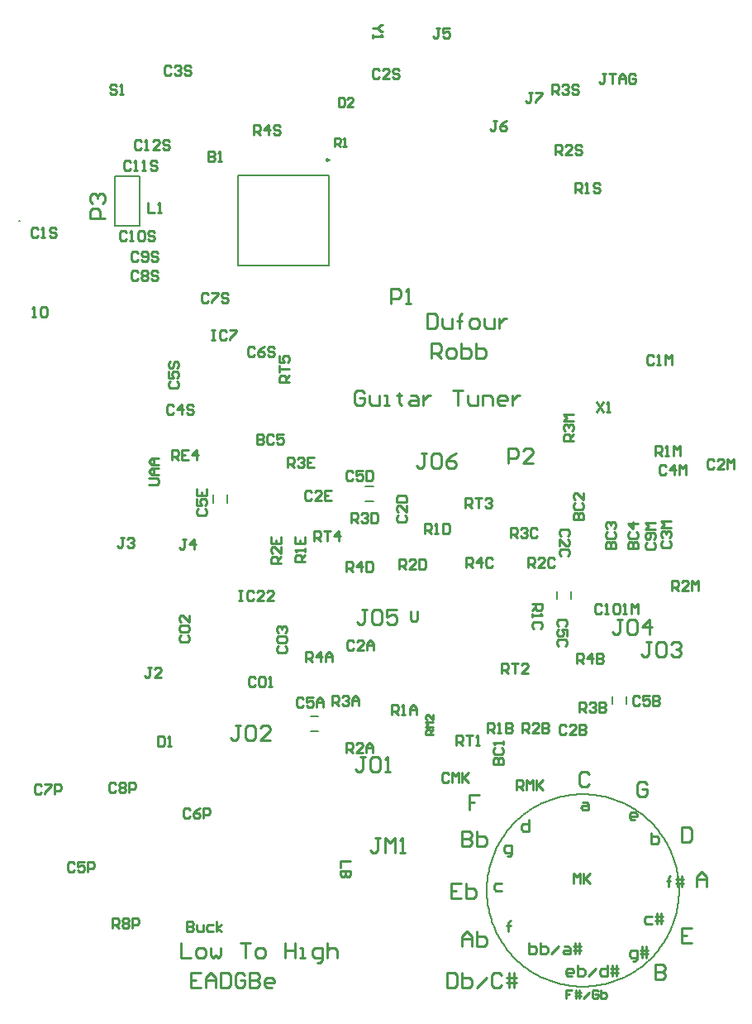
<source format=gto>
G04*
G04 #@! TF.GenerationSoftware,Altium Limited,Altium Designer,18.1.9 (240)*
G04*
G04 Layer_Color=65535*
%FSLAX25Y25*%
%MOIN*%
G70*
G01*
G75*
%ADD10C,0.00787*%
%ADD11C,0.00984*%
%ADD12C,0.00787*%
%ADD13C,0.00900*%
%ADD14C,0.01000*%
D10*
X123303Y416682D02*
X122783D01*
X123303D01*
X389068Y147000D02*
X389055Y147998D01*
X389016Y148996D01*
X388952Y149993D01*
X388862Y150987D01*
X388747Y151979D01*
X388606Y152968D01*
X388439Y153953D01*
X388248Y154932D01*
X388031Y155907D01*
X387789Y156876D01*
X387522Y157838D01*
X387231Y158794D01*
X386915Y159741D01*
X386575Y160680D01*
X386211Y161609D01*
X385823Y162530D01*
X385411Y163439D01*
X384976Y164338D01*
X384518Y165226D01*
X384037Y166101D01*
X383535Y166964D01*
X383009Y167813D01*
X382463Y168649D01*
X381895Y169470D01*
X381306Y170276D01*
X380696Y171067D01*
X380066Y171842D01*
X379417Y172601D01*
X378748Y173342D01*
X378060Y174066D01*
X377354Y174772D01*
X376630Y175460D01*
X375888Y176129D01*
X375130Y176778D01*
X374355Y177408D01*
X373564Y178018D01*
X372758Y178607D01*
X371936Y179175D01*
X371101Y179722D01*
X370251Y180247D01*
X369389Y180750D01*
X368513Y181230D01*
X367626Y181688D01*
X366727Y182123D01*
X365817Y182535D01*
X364897Y182923D01*
X363967Y183287D01*
X363029Y183627D01*
X362081Y183943D01*
X361126Y184235D01*
X360164Y184501D01*
X359195Y184743D01*
X358220Y184960D01*
X357240Y185152D01*
X356256Y185318D01*
X355267Y185459D01*
X354275Y185574D01*
X353281Y185664D01*
X352284Y185729D01*
X351286Y185767D01*
X350288Y185780D01*
X349289Y185767D01*
X348291Y185729D01*
X347295Y185664D01*
X346300Y185574D01*
X345308Y185459D01*
X344320Y185318D01*
X343335Y185152D01*
X342355Y184960D01*
X341381Y184743D01*
X340412Y184501D01*
X339449Y184235D01*
X338494Y183943D01*
X337547Y183627D01*
X336608Y183287D01*
X335678Y182923D01*
X334758Y182535D01*
X333848Y182123D01*
X332949Y181688D01*
X332062Y181230D01*
X331187Y180750D01*
X330324Y180247D01*
X329475Y179722D01*
X328639Y179175D01*
X327818Y178607D01*
X327011Y178018D01*
X326221Y177408D01*
X325446Y176778D01*
X324687Y176129D01*
X323946Y175460D01*
X323221Y174772D01*
X322515Y174066D01*
X321828Y173342D01*
X321159Y172601D01*
X320509Y171842D01*
X319880Y171067D01*
X319270Y170276D01*
X318681Y169470D01*
X318113Y168649D01*
X317566Y167813D01*
X317041Y166964D01*
X316538Y166101D01*
X316057Y165226D01*
X315600Y164338D01*
X315165Y163440D01*
X314753Y162530D01*
X314365Y161610D01*
X314001Y160680D01*
X313661Y159741D01*
X313345Y158794D01*
X313053Y157838D01*
X312787Y156876D01*
X312545Y155907D01*
X312328Y154933D01*
X312136Y153953D01*
X311970Y152968D01*
X311829Y151979D01*
X311713Y150988D01*
X311624Y149993D01*
X311559Y148996D01*
X311521Y147999D01*
X311508Y147000D01*
X311521Y146002D01*
X311559Y145004D01*
X311624Y144007D01*
X311713Y143013D01*
X311829Y142021D01*
X311970Y141032D01*
X312136Y140048D01*
X312328Y139068D01*
X312545Y138093D01*
X312786Y137124D01*
X313053Y136162D01*
X313345Y135207D01*
X313660Y134259D01*
X314001Y133320D01*
X314365Y132391D01*
X314753Y131471D01*
X315165Y130561D01*
X315599Y129662D01*
X316057Y128774D01*
X316538Y127899D01*
X317041Y127036D01*
X317566Y126187D01*
X318113Y125352D01*
X318681Y124530D01*
X319270Y123724D01*
X319880Y122933D01*
X320509Y122158D01*
X321159Y121399D01*
X321828Y120658D01*
X322515Y119934D01*
X323221Y119228D01*
X323945Y118540D01*
X324687Y117871D01*
X325445Y117222D01*
X326220Y116592D01*
X327011Y115982D01*
X327818Y115393D01*
X328639Y114825D01*
X329474Y114279D01*
X330324Y113753D01*
X331187Y113251D01*
X332062Y112770D01*
X332949Y112312D01*
X333848Y111877D01*
X334758Y111465D01*
X335678Y111077D01*
X336608Y110713D01*
X337547Y110373D01*
X338494Y110057D01*
X339449Y109766D01*
X340411Y109499D01*
X341380Y109257D01*
X342355Y109040D01*
X343335Y108848D01*
X344320Y108682D01*
X345308Y108541D01*
X346300Y108426D01*
X347294Y108336D01*
X348291Y108271D01*
X349289Y108233D01*
X350287Y108220D01*
X351286Y108233D01*
X352284Y108271D01*
X353280Y108336D01*
X354275Y108425D01*
X355267Y108541D01*
X356255Y108682D01*
X357240Y108848D01*
X358220Y109040D01*
X359195Y109257D01*
X360163Y109499D01*
X361126Y109765D01*
X362081Y110057D01*
X363028Y110373D01*
X363967Y110713D01*
X364897Y111077D01*
X365817Y111465D01*
X366727Y111877D01*
X367626Y112312D01*
X368513Y112769D01*
X369388Y113250D01*
X370251Y113753D01*
X371100Y114278D01*
X371936Y114825D01*
X372757Y115393D01*
X373564Y115982D01*
X374355Y116592D01*
X375130Y117221D01*
X375888Y117871D01*
X376630Y118540D01*
X377354Y119227D01*
X378060Y119933D01*
X378748Y120657D01*
X379416Y121399D01*
X380066Y122157D01*
X380696Y122932D01*
X381305Y123723D01*
X381894Y124530D01*
X382462Y125351D01*
X383009Y126186D01*
X383534Y127036D01*
X384037Y127899D01*
X384518Y128774D01*
X384976Y129661D01*
X385411Y130560D01*
X385822Y131470D01*
X386210Y132390D01*
X386575Y133320D01*
X386915Y134258D01*
X387231Y135206D01*
X387522Y136161D01*
X387789Y137123D01*
X388031Y138092D01*
X388248Y139067D01*
X388439Y140047D01*
X388606Y141032D01*
X388747Y142020D01*
X388862Y143012D01*
X388952Y144006D01*
X389016Y145003D01*
X389055Y146001D01*
X389068Y146999D01*
Y147000D01*
D11*
X247709Y441508D02*
X246971Y441934D01*
Y441082D01*
X247709Y441508D01*
D12*
X161500Y414953D02*
Y434953D01*
Y414953D02*
X171500D01*
Y434953D01*
X161500D02*
X171500D01*
X211193Y435307D02*
X247807D01*
X211193Y398693D02*
Y435307D01*
Y398693D02*
X247807D01*
Y435307D01*
X240374Y217151D02*
X243524D01*
X240374Y211246D02*
X243524D01*
X345642Y264454D02*
Y267604D01*
X339736Y264454D02*
Y267604D01*
X262528Y309758D02*
X265678D01*
X262528Y303852D02*
X265678D01*
X206953Y303261D02*
Y306411D01*
X201047Y303261D02*
Y306411D01*
X367902Y222166D02*
Y225316D01*
X361996Y222166D02*
Y225316D01*
D13*
X289940Y209688D02*
X286941D01*
Y211188D01*
X287441Y211688D01*
X288440D01*
X288940Y211188D01*
Y209688D01*
Y210688D02*
X289940Y211688D01*
Y212687D02*
X286941D01*
X287940Y213687D01*
X286941Y214687D01*
X289940D01*
Y217686D02*
Y215686D01*
X287940Y217686D01*
X287441D01*
X286941Y217186D01*
Y216186D01*
X287441Y215686D01*
X292615Y494499D02*
X291282D01*
X291949D01*
Y491166D01*
X291282Y490500D01*
X290616D01*
X289949Y491166D01*
X296614Y494499D02*
X293948D01*
Y492499D01*
X295281Y493166D01*
X295947D01*
X296614Y492499D01*
Y491166D01*
X295947Y490500D01*
X294614D01*
X293948Y491166D01*
X315639Y457290D02*
X314306D01*
X314972D01*
Y453958D01*
X314306Y453292D01*
X313639D01*
X312973Y453958D01*
X319637Y457290D02*
X318304Y456624D01*
X316972Y455291D01*
Y453958D01*
X317638Y453292D01*
X318971D01*
X319637Y453958D01*
Y454625D01*
X318971Y455291D01*
X316972D01*
X329666Y468567D02*
X328333D01*
X328999D01*
Y465235D01*
X328333Y464568D01*
X327666D01*
X327000Y465235D01*
X330999Y468567D02*
X333664D01*
Y467901D01*
X330999Y465235D01*
Y464568D01*
X178700Y209199D02*
Y205200D01*
X180699D01*
X181366Y205866D01*
Y208532D01*
X180699Y209199D01*
X178700D01*
X182699Y205200D02*
X184032D01*
X183365D01*
Y209199D01*
X182699Y208532D01*
X357666Y261888D02*
X356999Y262554D01*
X355666D01*
X355000Y261888D01*
Y259222D01*
X355666Y258555D01*
X356999D01*
X357666Y259222D01*
X358999Y258555D02*
X360332D01*
X359665D01*
Y262554D01*
X358999Y261888D01*
X362331D02*
X362997Y262554D01*
X364330D01*
X364997Y261888D01*
Y259222D01*
X364330Y258555D01*
X362997D01*
X362331Y259222D01*
Y261888D01*
X366330Y258555D02*
X367663D01*
X366996D01*
Y262554D01*
X366330Y261888D01*
X369662Y258555D02*
Y262554D01*
X370995Y261221D01*
X372328Y262554D01*
Y258555D01*
X175253Y310348D02*
X178586D01*
X179252Y311015D01*
Y312348D01*
X178586Y313014D01*
X175253D01*
X179252Y314347D02*
X176586D01*
X175253Y315680D01*
X176586Y317013D01*
X179252D01*
X177253D01*
Y314347D01*
X179252Y318346D02*
X176586D01*
X175253Y319679D01*
X176586Y321011D01*
X179252D01*
X177253D01*
Y318346D01*
X231919Y351748D02*
X227921D01*
Y353747D01*
X228587Y354414D01*
X229920D01*
X230586Y353747D01*
Y351748D01*
Y353081D02*
X231919Y354414D01*
X227921Y355747D02*
Y358412D01*
Y357079D01*
X231919D01*
X227921Y362411D02*
Y359745D01*
X229920D01*
X229253Y361078D01*
Y361745D01*
X229920Y362411D01*
X231253D01*
X231919Y361745D01*
Y360412D01*
X231253Y359745D01*
X184500Y320500D02*
Y324499D01*
X186499D01*
X187166Y323832D01*
Y322499D01*
X186499Y321833D01*
X184500D01*
X185833D02*
X187166Y320500D01*
X191165Y324499D02*
X188499D01*
Y320500D01*
X191165D01*
X188499Y322499D02*
X189832D01*
X194497Y320500D02*
Y324499D01*
X192497Y322499D01*
X195163D01*
X231132Y317503D02*
Y321502D01*
X233131D01*
X233798Y320835D01*
Y319502D01*
X233131Y318836D01*
X231132D01*
X232465D02*
X233798Y317503D01*
X235131Y320835D02*
X235797Y321502D01*
X237130D01*
X237796Y320835D01*
Y320169D01*
X237130Y319502D01*
X236463D01*
X237130D01*
X237796Y318836D01*
Y318169D01*
X237130Y317503D01*
X235797D01*
X235131Y318169D01*
X241795Y321502D02*
X239129D01*
Y317503D01*
X241795D01*
X239129Y319502D02*
X240462D01*
X228516Y279000D02*
X224517D01*
Y280999D01*
X225184Y281666D01*
X226516D01*
X227183Y280999D01*
Y279000D01*
Y280333D02*
X228516Y281666D01*
Y285665D02*
Y282999D01*
X225850Y285665D01*
X225184D01*
X224517Y284998D01*
Y283665D01*
X225184Y282999D01*
X224517Y289663D02*
Y286997D01*
X228516D01*
Y289663D01*
X226516Y286997D02*
Y288330D01*
X238260Y279482D02*
X234261D01*
Y281482D01*
X234928Y282148D01*
X236260D01*
X236927Y281482D01*
Y279482D01*
Y280815D02*
X238260Y282148D01*
Y283481D02*
Y284814D01*
Y284147D01*
X234261D01*
X234928Y283481D01*
X234261Y289479D02*
Y286813D01*
X238260D01*
Y289479D01*
X236260Y286813D02*
Y288146D01*
X190166Y288599D02*
X188833D01*
X189499D01*
Y285266D01*
X188833Y284600D01*
X188166D01*
X187500Y285266D01*
X193498Y284600D02*
Y288599D01*
X191499Y286599D01*
X194165D01*
X165066Y289299D02*
X163733D01*
X164399D01*
Y285966D01*
X163733Y285300D01*
X163066D01*
X162400Y285966D01*
X166399Y288632D02*
X167065Y289299D01*
X168398D01*
X169064Y288632D01*
Y287966D01*
X168398Y287299D01*
X167732D01*
X168398D01*
X169064Y286633D01*
Y285966D01*
X168398Y285300D01*
X167065D01*
X166399Y285966D01*
X211400Y267999D02*
X212733D01*
X212066D01*
Y264000D01*
X211400D01*
X212733D01*
X217398Y267332D02*
X216732Y267999D01*
X215399D01*
X214732Y267332D01*
Y264666D01*
X215399Y264000D01*
X216732D01*
X217398Y264666D01*
X221397Y264000D02*
X218731D01*
X221397Y266666D01*
Y267332D01*
X220730Y267999D01*
X219397D01*
X218731Y267332D01*
X225395Y264000D02*
X222730D01*
X225395Y266666D01*
Y267332D01*
X224729Y267999D01*
X223396D01*
X222730Y267332D01*
X227424Y245666D02*
X226757Y244999D01*
Y243666D01*
X227424Y243000D01*
X230090D01*
X230756Y243666D01*
Y244999D01*
X230090Y245666D01*
X226757Y248998D02*
Y247665D01*
X227424Y246999D01*
X230090D01*
X230756Y247665D01*
Y248998D01*
X230090Y249664D01*
X227424D01*
X226757Y248998D01*
X227424Y250997D02*
X226757Y251664D01*
Y252997D01*
X227424Y253663D01*
X228090D01*
X228757Y252997D01*
Y252330D01*
Y252997D01*
X229423Y253663D01*
X230090D01*
X230756Y252997D01*
Y251664D01*
X230090Y250997D01*
X188054Y249820D02*
X187387Y249153D01*
Y247821D01*
X188054Y247154D01*
X190720D01*
X191386Y247821D01*
Y249153D01*
X190720Y249820D01*
X187387Y253152D02*
Y251819D01*
X188054Y251153D01*
X190720D01*
X191386Y251819D01*
Y253152D01*
X190720Y253819D01*
X188054D01*
X187387Y253152D01*
X191386Y257817D02*
Y255152D01*
X188720Y257817D01*
X188054D01*
X187387Y257151D01*
Y255818D01*
X188054Y255152D01*
X195002Y300809D02*
X194335Y300143D01*
Y298810D01*
X195002Y298143D01*
X197668D01*
X198334Y298810D01*
Y300143D01*
X197668Y300809D01*
X194335Y304808D02*
Y302142D01*
X196335D01*
X195668Y303475D01*
Y304141D01*
X196335Y304808D01*
X197668D01*
X198334Y304141D01*
Y302808D01*
X197668Y302142D01*
X194335Y308807D02*
Y306141D01*
X198334D01*
Y308807D01*
X196335Y306141D02*
Y307474D01*
X240926Y307523D02*
X240259Y308190D01*
X238926D01*
X238260Y307523D01*
Y304858D01*
X238926Y304191D01*
X240259D01*
X240926Y304858D01*
X244924Y304191D02*
X242259D01*
X244924Y306857D01*
Y307523D01*
X244258Y308190D01*
X242925D01*
X242259Y307523D01*
X248923Y308190D02*
X246257D01*
Y304191D01*
X248923D01*
X246257Y306191D02*
X247590D01*
X218071Y232531D02*
X217404Y233197D01*
X216071D01*
X215405Y232531D01*
Y229865D01*
X216071Y229199D01*
X217404D01*
X218071Y229865D01*
X219404Y232531D02*
X220070Y233197D01*
X221403D01*
X222069Y232531D01*
Y229865D01*
X221403Y229199D01*
X220070D01*
X219404Y229865D01*
Y232531D01*
X223402Y229199D02*
X224735D01*
X224069D01*
Y233197D01*
X223402Y232531D01*
X218772Y330961D02*
Y326963D01*
X220771D01*
X221438Y327629D01*
Y328296D01*
X220771Y328962D01*
X218772D01*
X220771D01*
X221438Y329629D01*
Y330295D01*
X220771Y330961D01*
X218772D01*
X225436Y330295D02*
X224770Y330961D01*
X223437D01*
X222771Y330295D01*
Y327629D01*
X223437Y326963D01*
X224770D01*
X225436Y327629D01*
X229435Y330961D02*
X226769D01*
Y328962D01*
X228102Y329629D01*
X228769D01*
X229435Y328962D01*
Y327629D01*
X228769Y326963D01*
X227436D01*
X226769Y327629D01*
X128100Y378300D02*
X129433D01*
X128767D01*
Y382299D01*
X128100Y381632D01*
X131432D02*
X132099Y382299D01*
X133432D01*
X134098Y381632D01*
Y378966D01*
X133432Y378300D01*
X132099D01*
X131432Y378966D01*
Y381632D01*
X256495Y159000D02*
X252497D01*
Y156334D01*
X256495Y155001D02*
X252497D01*
Y153002D01*
X253163Y152336D01*
X253830D01*
X254496Y153002D01*
Y155001D01*
Y153002D01*
X255163Y152336D01*
X255829D01*
X256495Y153002D01*
Y155001D01*
X269640Y495705D02*
X268974D01*
X267641Y494372D01*
X268974Y493039D01*
X269640D01*
X267641Y494372D02*
X265642D01*
Y491706D02*
Y490373D01*
Y491040D01*
X269640D01*
X268974Y491706D01*
X355700Y343899D02*
X358366Y339900D01*
Y343899D02*
X355700Y339900D01*
X359699D02*
X361032D01*
X360365D01*
Y343899D01*
X359699Y343232D01*
X280949Y259492D02*
Y256160D01*
X281616Y255493D01*
X282949D01*
X283615Y256160D01*
Y259492D01*
X162191Y471332D02*
X161525Y471999D01*
X160192D01*
X159525Y471332D01*
Y470666D01*
X160192Y469999D01*
X161525D01*
X162191Y469333D01*
Y468666D01*
X161525Y468000D01*
X160192D01*
X159525Y468666D01*
X163524Y468000D02*
X164857D01*
X164191D01*
Y471999D01*
X163524Y471332D01*
X241706Y287699D02*
Y291697D01*
X243705D01*
X244372Y291031D01*
Y289698D01*
X243705Y289031D01*
X241706D01*
X243039D02*
X244372Y287699D01*
X245705Y291697D02*
X248370D01*
X247037D01*
Y287699D01*
X251703D02*
Y291697D01*
X249703Y289698D01*
X252369D01*
X302737Y301050D02*
Y305048D01*
X304736D01*
X305402Y304382D01*
Y303049D01*
X304736Y302383D01*
X302737D01*
X304069D02*
X305402Y301050D01*
X306735Y305048D02*
X309401D01*
X308068D01*
Y301050D01*
X310734Y304382D02*
X311401Y305048D01*
X312733D01*
X313400Y304382D01*
Y303715D01*
X312733Y303049D01*
X312067D01*
X312733D01*
X313400Y302383D01*
Y301716D01*
X312733Y301050D01*
X311401D01*
X310734Y301716D01*
X317429Y234574D02*
Y238573D01*
X319428D01*
X320095Y237906D01*
Y236573D01*
X319428Y235907D01*
X317429D01*
X318762D02*
X320095Y234574D01*
X321428Y238573D02*
X324094D01*
X322761D01*
Y234574D01*
X328092D02*
X325427D01*
X328092Y237240D01*
Y237906D01*
X327426Y238573D01*
X326093D01*
X325427Y237906D01*
X299163Y205500D02*
Y209499D01*
X301162D01*
X301829Y208832D01*
Y207499D01*
X301162Y206833D01*
X299163D01*
X300496D02*
X301829Y205500D01*
X303162Y209499D02*
X305827D01*
X304495D01*
Y205500D01*
X307160D02*
X308493D01*
X307827D01*
Y209499D01*
X307160Y208832D01*
X323437Y187500D02*
Y191499D01*
X325436D01*
X326103Y190832D01*
Y189499D01*
X325436Y188833D01*
X323437D01*
X324770D02*
X326103Y187500D01*
X327436D02*
Y191499D01*
X328769Y190166D01*
X330102Y191499D01*
Y187500D01*
X331435Y191499D02*
Y187500D01*
Y188833D01*
X334100Y191499D01*
X332101Y189499D01*
X334100Y187500D01*
X160500Y132000D02*
Y135999D01*
X162499D01*
X163166Y135332D01*
Y133999D01*
X162499Y133333D01*
X160500D01*
X161833D02*
X163166Y132000D01*
X164499Y135332D02*
X165165Y135999D01*
X166498D01*
X167165Y135332D01*
Y134666D01*
X166498Y133999D01*
X167165Y133333D01*
Y132667D01*
X166498Y132000D01*
X165165D01*
X164499Y132667D01*
Y133333D01*
X165165Y133999D01*
X164499Y134666D01*
Y135332D01*
X165165Y133999D02*
X166498D01*
X168497Y132000D02*
Y135999D01*
X170497D01*
X171163Y135332D01*
Y133999D01*
X170497Y133333D01*
X168497D01*
X217500Y451500D02*
Y455499D01*
X219499D01*
X220166Y454832D01*
Y453499D01*
X219499Y452833D01*
X217500D01*
X218833D02*
X220166Y451500D01*
X223498D02*
Y455499D01*
X221499Y453499D01*
X224165D01*
X228163Y454832D02*
X227497Y455499D01*
X226164D01*
X225497Y454832D01*
Y454166D01*
X226164Y453499D01*
X227497D01*
X228163Y452833D01*
Y452166D01*
X227497Y451500D01*
X226164D01*
X225497Y452166D01*
X254831Y275356D02*
Y279355D01*
X256831D01*
X257497Y278688D01*
Y277355D01*
X256831Y276689D01*
X254831D01*
X256164D02*
X257497Y275356D01*
X260829D02*
Y279355D01*
X258830Y277355D01*
X261496D01*
X262829Y279355D02*
Y275356D01*
X264828D01*
X265495Y276022D01*
Y278688D01*
X264828Y279355D01*
X262829D01*
X303180Y277292D02*
Y281291D01*
X305179D01*
X305846Y280624D01*
Y279291D01*
X305179Y278625D01*
X303180D01*
X304513D02*
X305846Y277292D01*
X309178D02*
Y281291D01*
X307179Y279291D01*
X309844D01*
X313843Y280624D02*
X313177Y281291D01*
X311844D01*
X311177Y280624D01*
Y277958D01*
X311844Y277292D01*
X313177D01*
X313843Y277958D01*
X347784Y238500D02*
Y242499D01*
X349783D01*
X350450Y241832D01*
Y240499D01*
X349783Y239833D01*
X347784D01*
X349117D02*
X350450Y238500D01*
X353782D02*
Y242499D01*
X351782Y240499D01*
X354448D01*
X355781Y242499D02*
Y238500D01*
X357781D01*
X358447Y239166D01*
Y239833D01*
X357781Y240499D01*
X355781D01*
X357781D01*
X358447Y241166D01*
Y241832D01*
X357781Y242499D01*
X355781D01*
X238358Y239328D02*
Y243327D01*
X240357D01*
X241024Y242661D01*
Y241328D01*
X240357Y240661D01*
X238358D01*
X239691D02*
X241024Y239328D01*
X244356D02*
Y243327D01*
X242357Y241328D01*
X245023D01*
X246356Y239328D02*
Y241994D01*
X247689Y243327D01*
X249021Y241994D01*
Y239328D01*
Y241328D01*
X246356D01*
X337949Y467862D02*
Y471861D01*
X339949D01*
X340615Y471194D01*
Y469861D01*
X339949Y469195D01*
X337949D01*
X339282D02*
X340615Y467862D01*
X341948Y471194D02*
X342614Y471861D01*
X343947D01*
X344614Y471194D01*
Y470528D01*
X343947Y469861D01*
X343281D01*
X343947D01*
X344614Y469195D01*
Y468528D01*
X343947Y467862D01*
X342614D01*
X341948Y468528D01*
X348612Y471194D02*
X347946Y471861D01*
X346613D01*
X345947Y471194D01*
Y470528D01*
X346613Y469861D01*
X347946D01*
X348612Y469195D01*
Y468528D01*
X347946Y467862D01*
X346613D01*
X345947Y468528D01*
X346595Y328162D02*
X342596D01*
Y330162D01*
X343263Y330828D01*
X344596D01*
X345262Y330162D01*
Y328162D01*
Y329495D02*
X346595Y330828D01*
X343263Y332161D02*
X342596Y332828D01*
Y334160D01*
X343263Y334827D01*
X343929D01*
X344596Y334160D01*
Y333494D01*
Y334160D01*
X345262Y334827D01*
X345929D01*
X346595Y334160D01*
Y332828D01*
X345929Y332161D01*
X346595Y336160D02*
X342596D01*
X343929Y337493D01*
X342596Y338826D01*
X346595D01*
X256871Y295145D02*
Y299144D01*
X258870D01*
X259536Y298478D01*
Y297145D01*
X258870Y296478D01*
X256871D01*
X258204D02*
X259536Y295145D01*
X260869Y298478D02*
X261536Y299144D01*
X262869D01*
X263535Y298478D01*
Y297811D01*
X262869Y297145D01*
X262202D01*
X262869D01*
X263535Y296478D01*
Y295812D01*
X262869Y295145D01*
X261536D01*
X260869Y295812D01*
X264868Y299144D02*
Y295145D01*
X266867D01*
X267534Y295812D01*
Y298478D01*
X266867Y299144D01*
X264868D01*
X321252Y289269D02*
Y293268D01*
X323252D01*
X323918Y292601D01*
Y291268D01*
X323252Y290602D01*
X321252D01*
X322585D02*
X323918Y289269D01*
X325251Y292601D02*
X325917Y293268D01*
X327250D01*
X327917Y292601D01*
Y291935D01*
X327250Y291268D01*
X326584D01*
X327250D01*
X327917Y290602D01*
Y289935D01*
X327250Y289269D01*
X325917D01*
X325251Y289935D01*
X331915Y292601D02*
X331249Y293268D01*
X329916D01*
X329250Y292601D01*
Y289935D01*
X329916Y289269D01*
X331249D01*
X331915Y289935D01*
X348884Y219000D02*
Y222999D01*
X350884D01*
X351550Y222332D01*
Y220999D01*
X350884Y220333D01*
X348884D01*
X350217D02*
X351550Y219000D01*
X352883Y222332D02*
X353549Y222999D01*
X354882D01*
X355549Y222332D01*
Y221666D01*
X354882Y220999D01*
X354216D01*
X354882D01*
X355549Y220333D01*
Y219666D01*
X354882Y219000D01*
X353549D01*
X352883Y219666D01*
X356882Y222999D02*
Y219000D01*
X358881D01*
X359547Y219666D01*
Y220333D01*
X358881Y220999D01*
X356882D01*
X358881D01*
X359547Y221666D01*
Y222332D01*
X358881Y222999D01*
X356882D01*
X249150Y221379D02*
Y225377D01*
X251150D01*
X251816Y224711D01*
Y223378D01*
X251150Y222712D01*
X249150D01*
X250483D02*
X251816Y221379D01*
X253149Y224711D02*
X253815Y225377D01*
X255148D01*
X255815Y224711D01*
Y224044D01*
X255148Y223378D01*
X254482D01*
X255148D01*
X255815Y222712D01*
Y222045D01*
X255148Y221379D01*
X253815D01*
X253149Y222045D01*
X257148Y221379D02*
Y224044D01*
X258481Y225377D01*
X259813Y224044D01*
Y221379D01*
Y223378D01*
X257148D01*
X339000Y443476D02*
Y447475D01*
X340999D01*
X341666Y446809D01*
Y445476D01*
X340999Y444809D01*
X339000D01*
X340333D02*
X341666Y443476D01*
X345665D02*
X342999D01*
X345665Y446142D01*
Y446809D01*
X344998Y447475D01*
X343665D01*
X342999Y446809D01*
X349663D02*
X348997Y447475D01*
X347664D01*
X346997Y446809D01*
Y446142D01*
X347664Y445476D01*
X348997D01*
X349663Y444809D01*
Y444143D01*
X348997Y443476D01*
X347664D01*
X346997Y444143D01*
X386106Y267773D02*
Y271772D01*
X388106D01*
X388772Y271105D01*
Y269772D01*
X388106Y269106D01*
X386106D01*
X387439D02*
X388772Y267773D01*
X392771D02*
X390105D01*
X392771Y270439D01*
Y271105D01*
X392105Y271772D01*
X390772D01*
X390105Y271105D01*
X394104Y267773D02*
Y271772D01*
X395437Y270439D01*
X396770Y271772D01*
Y267773D01*
X276103Y276439D02*
Y280437D01*
X278102D01*
X278769Y279771D01*
Y278438D01*
X278102Y277772D01*
X276103D01*
X277436D02*
X278769Y276439D01*
X282768D02*
X280102D01*
X282768Y279105D01*
Y279771D01*
X282101Y280437D01*
X280768D01*
X280102Y279771D01*
X284100Y280437D02*
Y276439D01*
X286100D01*
X286766Y277105D01*
Y279771D01*
X286100Y280437D01*
X284100D01*
X328077Y277317D02*
Y281315D01*
X330077D01*
X330743Y280649D01*
Y279316D01*
X330077Y278650D01*
X328077D01*
X329410D02*
X330743Y277317D01*
X334742D02*
X332076D01*
X334742Y279982D01*
Y280649D01*
X334075Y281315D01*
X332742D01*
X332076Y280649D01*
X338740D02*
X338074Y281315D01*
X336741D01*
X336075Y280649D01*
Y277983D01*
X336741Y277317D01*
X338074D01*
X338740Y277983D01*
X325912Y210458D02*
Y214457D01*
X327911D01*
X328578Y213790D01*
Y212458D01*
X327911Y211791D01*
X325912D01*
X327245D02*
X328578Y210458D01*
X332576D02*
X329910D01*
X332576Y213124D01*
Y213790D01*
X331910Y214457D01*
X330577D01*
X329910Y213790D01*
X333909Y214457D02*
Y210458D01*
X335909D01*
X336575Y211125D01*
Y211791D01*
X335909Y212458D01*
X333909D01*
X335909D01*
X336575Y213124D01*
Y213790D01*
X335909Y214457D01*
X333909D01*
X254831Y202500D02*
Y206499D01*
X256831D01*
X257497Y205832D01*
Y204499D01*
X256831Y203833D01*
X254831D01*
X256164D02*
X257497Y202500D01*
X261496D02*
X258830D01*
X261496Y205166D01*
Y205832D01*
X260829Y206499D01*
X259497D01*
X258830Y205832D01*
X262829Y202500D02*
Y205166D01*
X264162Y206499D01*
X265495Y205166D01*
Y202500D01*
Y204499D01*
X262829D01*
X347200Y428300D02*
Y432299D01*
X349199D01*
X349866Y431632D01*
Y430299D01*
X349199Y429633D01*
X347200D01*
X348533D02*
X349866Y428300D01*
X351199D02*
X352532D01*
X351865D01*
Y432299D01*
X351199Y431632D01*
X357197D02*
X356530Y432299D01*
X355197D01*
X354531Y431632D01*
Y430966D01*
X355197Y430299D01*
X356530D01*
X357197Y429633D01*
Y428966D01*
X356530Y428300D01*
X355197D01*
X354531Y428966D01*
X379408Y322126D02*
Y326125D01*
X381407D01*
X382073Y325458D01*
Y324125D01*
X381407Y323459D01*
X379408D01*
X380740D02*
X382073Y322126D01*
X383406D02*
X384739D01*
X384073D01*
Y326125D01*
X383406Y325458D01*
X386739Y322126D02*
Y326125D01*
X388071Y324792D01*
X389404Y326125D01*
Y322126D01*
X286652Y290818D02*
Y294817D01*
X288651D01*
X289318Y294151D01*
Y292818D01*
X288651Y292151D01*
X286652D01*
X287985D02*
X289318Y290818D01*
X290651D02*
X291984D01*
X291317D01*
Y294817D01*
X290651Y294151D01*
X293983Y294817D02*
Y290818D01*
X295982D01*
X296649Y291485D01*
Y294151D01*
X295982Y294817D01*
X293983D01*
X329732Y262443D02*
X333731D01*
Y260443D01*
X333065Y259777D01*
X331732D01*
X331065Y260443D01*
Y262443D01*
Y261110D02*
X329732Y259777D01*
Y258444D02*
Y257111D01*
Y257778D01*
X333731D01*
X333065Y258444D01*
Y252446D02*
X333731Y253112D01*
Y254445D01*
X333065Y255112D01*
X330399D01*
X329732Y254445D01*
Y253112D01*
X330399Y252446D01*
X311815Y210458D02*
Y214457D01*
X313815D01*
X314481Y213790D01*
Y212458D01*
X313815Y211791D01*
X311815D01*
X313148D02*
X314481Y210458D01*
X315814D02*
X317147D01*
X316480D01*
Y214457D01*
X315814Y213790D01*
X319146Y214457D02*
Y210458D01*
X321146D01*
X321812Y211125D01*
Y211791D01*
X321146Y212458D01*
X319146D01*
X321146D01*
X321812Y213124D01*
Y213790D01*
X321146Y214457D01*
X319146D01*
X273000Y217742D02*
Y221741D01*
X274999D01*
X275666Y221074D01*
Y219741D01*
X274999Y219075D01*
X273000D01*
X274333D02*
X275666Y217742D01*
X276999D02*
X278332D01*
X277665D01*
Y221741D01*
X276999Y221074D01*
X280331Y217742D02*
Y220408D01*
X281664Y221741D01*
X282997Y220408D01*
Y217742D01*
Y219741D01*
X280331D01*
X346500Y150000D02*
Y153999D01*
X347833Y152666D01*
X349166Y153999D01*
Y150000D01*
X350499Y153999D02*
Y150000D01*
Y151333D01*
X353165Y153999D01*
X351165Y151999D01*
X353165Y150000D01*
X174665Y424204D02*
Y420206D01*
X177331D01*
X178664D02*
X179997D01*
X179331D01*
Y424204D01*
X178664Y423538D01*
X359466Y476199D02*
X358133D01*
X358799D01*
Y472866D01*
X358133Y472200D01*
X357466D01*
X356800Y472866D01*
X360799Y476199D02*
X363464D01*
X362132D01*
Y472200D01*
X364797D02*
Y474866D01*
X366130Y476199D01*
X367463Y474866D01*
Y472200D01*
Y474199D01*
X364797D01*
X371462Y475532D02*
X370795Y476199D01*
X369463D01*
X368796Y475532D01*
Y472866D01*
X369463Y472200D01*
X370795D01*
X371462Y472866D01*
Y474199D01*
X370129D01*
X176166Y236899D02*
X174833D01*
X175499D01*
Y233566D01*
X174833Y232900D01*
X174167D01*
X173500Y233566D01*
X180165Y232900D02*
X177499D01*
X180165Y235566D01*
Y236232D01*
X179498Y236899D01*
X178165D01*
X177499Y236232D01*
X200600Y372999D02*
X201933D01*
X201267D01*
Y369000D01*
X200600D01*
X201933D01*
X206598Y372332D02*
X205932Y372999D01*
X204599D01*
X203932Y372332D01*
Y369666D01*
X204599Y369000D01*
X205932D01*
X206598Y369666D01*
X207931Y372999D02*
X210597D01*
Y372332D01*
X207931Y369666D01*
Y369000D01*
X296272Y193832D02*
X295605Y194499D01*
X294273D01*
X293606Y193832D01*
Y191166D01*
X294273Y190500D01*
X295605D01*
X296272Y191166D01*
X297605Y190500D02*
Y194499D01*
X298938Y193166D01*
X300271Y194499D01*
Y190500D01*
X301604Y194499D02*
Y190500D01*
Y191833D01*
X304269Y194499D01*
X302270Y192499D01*
X304269Y190500D01*
X172166Y448832D02*
X171499Y449499D01*
X170167D01*
X169500Y448832D01*
Y446166D01*
X170167Y445500D01*
X171499D01*
X172166Y446166D01*
X173499Y445500D02*
X174832D01*
X174165D01*
Y449499D01*
X173499Y448832D01*
X179497Y445500D02*
X176831D01*
X179497Y448166D01*
Y448832D01*
X178830Y449499D01*
X177497D01*
X176831Y448832D01*
X183495D02*
X182829Y449499D01*
X181496D01*
X180830Y448832D01*
Y448166D01*
X181496Y447499D01*
X182829D01*
X183495Y446833D01*
Y446166D01*
X182829Y445500D01*
X181496D01*
X180830Y446166D01*
X167666Y440415D02*
X166999Y441081D01*
X165666D01*
X165000Y440415D01*
Y437749D01*
X165666Y437083D01*
X166999D01*
X167666Y437749D01*
X168999Y437083D02*
X170332D01*
X169665D01*
Y441081D01*
X168999Y440415D01*
X172331Y437083D02*
X173664D01*
X172997D01*
Y441081D01*
X172331Y440415D01*
X178329D02*
X177663Y441081D01*
X176330D01*
X175663Y440415D01*
Y439748D01*
X176330Y439082D01*
X177663D01*
X178329Y438416D01*
Y437749D01*
X177663Y437083D01*
X176330D01*
X175663Y437749D01*
X166166Y412167D02*
X165499Y412833D01*
X164166D01*
X163500Y412167D01*
Y409501D01*
X164166Y408835D01*
X165499D01*
X166166Y409501D01*
X167499Y408835D02*
X168832D01*
X168165D01*
Y412833D01*
X167499Y412167D01*
X170831D02*
X171497Y412833D01*
X172830D01*
X173497Y412167D01*
Y409501D01*
X172830Y408835D01*
X171497D01*
X170831Y409501D01*
Y412167D01*
X177496D02*
X176829Y412833D01*
X175496D01*
X174830Y412167D01*
Y411500D01*
X175496Y410834D01*
X176829D01*
X177496Y410168D01*
Y409501D01*
X176829Y408835D01*
X175496D01*
X174830Y409501D01*
X170666Y403832D02*
X169999Y404499D01*
X168667D01*
X168000Y403832D01*
Y401166D01*
X168667Y400500D01*
X169999D01*
X170666Y401166D01*
X171999D02*
X172665Y400500D01*
X173998D01*
X174664Y401166D01*
Y403832D01*
X173998Y404499D01*
X172665D01*
X171999Y403832D01*
Y403166D01*
X172665Y402499D01*
X174664D01*
X178663Y403832D02*
X177997Y404499D01*
X176664D01*
X175997Y403832D01*
Y403166D01*
X176664Y402499D01*
X177997D01*
X178663Y401833D01*
Y401166D01*
X177997Y400500D01*
X176664D01*
X175997Y401166D01*
X170666Y396290D02*
X169999Y396957D01*
X168667D01*
X168000Y396290D01*
Y393624D01*
X168667Y392958D01*
X169999D01*
X170666Y393624D01*
X171999Y396290D02*
X172665Y396957D01*
X173998D01*
X174664Y396290D01*
Y395624D01*
X173998Y394957D01*
X174664Y394291D01*
Y393624D01*
X173998Y392958D01*
X172665D01*
X171999Y393624D01*
Y394291D01*
X172665Y394957D01*
X171999Y395624D01*
Y396290D01*
X172665Y394957D02*
X173998D01*
X178663Y396290D02*
X177997Y396957D01*
X176664D01*
X175997Y396290D01*
Y395624D01*
X176664Y394957D01*
X177997D01*
X178663Y394291D01*
Y393624D01*
X177997Y392958D01*
X176664D01*
X175997Y393624D01*
X161666Y189706D02*
X160999Y190373D01*
X159667D01*
X159000Y189706D01*
Y187040D01*
X159667Y186374D01*
X160999D01*
X161666Y187040D01*
X162999Y189706D02*
X163665Y190373D01*
X164998D01*
X165665Y189706D01*
Y189040D01*
X164998Y188373D01*
X165665Y187707D01*
Y187040D01*
X164998Y186374D01*
X163665D01*
X162999Y187040D01*
Y187707D01*
X163665Y188373D01*
X162999Y189040D01*
Y189706D01*
X163665Y188373D02*
X164998D01*
X166997Y186374D02*
Y190373D01*
X168997D01*
X169663Y189706D01*
Y188373D01*
X168997Y187707D01*
X166997D01*
X199316Y387332D02*
X198649Y387999D01*
X197317D01*
X196650Y387332D01*
Y384666D01*
X197317Y384000D01*
X198649D01*
X199316Y384666D01*
X200649Y387999D02*
X203314D01*
Y387332D01*
X200649Y384666D01*
Y384000D01*
X207313Y387332D02*
X206647Y387999D01*
X205314D01*
X204647Y387332D01*
Y386666D01*
X205314Y385999D01*
X206647D01*
X207313Y385333D01*
Y384666D01*
X206647Y384000D01*
X205314D01*
X204647Y384666D01*
X131910Y189332D02*
X131243Y189999D01*
X129910D01*
X129244Y189332D01*
Y186667D01*
X129910Y186000D01*
X131243D01*
X131910Y186667D01*
X133243Y189999D02*
X135908D01*
Y189332D01*
X133243Y186667D01*
Y186000D01*
X137241D02*
Y189999D01*
X139241D01*
X139907Y189332D01*
Y187999D01*
X139241Y187333D01*
X137241D01*
X217914Y365494D02*
X217247Y366160D01*
X215914D01*
X215248Y365494D01*
Y362828D01*
X215914Y362162D01*
X217247D01*
X217914Y362828D01*
X221913Y366160D02*
X220580Y365494D01*
X219247Y364161D01*
Y362828D01*
X219913Y362162D01*
X221246D01*
X221913Y362828D01*
Y363495D01*
X221246Y364161D01*
X219247D01*
X225911Y365494D02*
X225245Y366160D01*
X223912D01*
X223245Y365494D01*
Y364828D01*
X223912Y364161D01*
X225245D01*
X225911Y363495D01*
Y362828D01*
X225245Y362162D01*
X223912D01*
X223245Y362828D01*
X191866Y179632D02*
X191199Y180299D01*
X189866D01*
X189200Y179632D01*
Y176967D01*
X189866Y176300D01*
X191199D01*
X191866Y176967D01*
X195864Y180299D02*
X194532Y179632D01*
X193199Y178299D01*
Y176967D01*
X193865Y176300D01*
X195198D01*
X195864Y176967D01*
Y177633D01*
X195198Y178299D01*
X193199D01*
X197197Y176300D02*
Y180299D01*
X199197D01*
X199863Y179632D01*
Y178299D01*
X199197Y177633D01*
X197197D01*
X183886Y352166D02*
X183220Y351499D01*
Y350166D01*
X183886Y349500D01*
X186552D01*
X187219Y350166D01*
Y351499D01*
X186552Y352166D01*
X183220Y356165D02*
Y353499D01*
X185219D01*
X184553Y354832D01*
Y355498D01*
X185219Y356165D01*
X186552D01*
X187219Y355498D01*
Y354165D01*
X186552Y353499D01*
X183886Y360163D02*
X183220Y359497D01*
Y358164D01*
X183886Y357497D01*
X184553D01*
X185219Y358164D01*
Y359497D01*
X185886Y360163D01*
X186552D01*
X187219Y359497D01*
Y358164D01*
X186552Y357497D01*
X145166Y157832D02*
X144499Y158499D01*
X143166D01*
X142500Y157832D01*
Y155166D01*
X143166Y154500D01*
X144499D01*
X145166Y155166D01*
X149164Y158499D02*
X146499D01*
Y156499D01*
X147832Y157166D01*
X148498D01*
X149164Y156499D01*
Y155166D01*
X148498Y154500D01*
X147165D01*
X146499Y155166D01*
X150497Y154500D02*
Y158499D01*
X152497D01*
X153163Y157832D01*
Y156499D01*
X152497Y155833D01*
X150497D01*
X257545Y315571D02*
X256878Y316237D01*
X255545D01*
X254879Y315571D01*
Y312905D01*
X255545Y312238D01*
X256878D01*
X257545Y312905D01*
X261543Y316237D02*
X258877D01*
Y314238D01*
X260210Y314904D01*
X260877D01*
X261543Y314238D01*
Y312905D01*
X260877Y312238D01*
X259544D01*
X258877Y312905D01*
X262876Y316237D02*
Y312238D01*
X264876D01*
X265542Y312905D01*
Y315571D01*
X264876Y316237D01*
X262876D01*
X343069Y253422D02*
X343735Y254089D01*
Y255422D01*
X343069Y256088D01*
X340403D01*
X339736Y255422D01*
Y254089D01*
X340403Y253422D01*
X343735Y249424D02*
Y252090D01*
X341736D01*
X342402Y250757D01*
Y250090D01*
X341736Y249424D01*
X340403D01*
X339736Y250090D01*
Y251423D01*
X340403Y252090D01*
X343069Y245425D02*
X343735Y246091D01*
Y247424D01*
X343069Y248091D01*
X340403D01*
X339736Y247424D01*
Y246091D01*
X340403Y245425D01*
X373166Y224711D02*
X372499Y225377D01*
X371166D01*
X370500Y224711D01*
Y222045D01*
X371166Y221379D01*
X372499D01*
X373166Y222045D01*
X377165Y225377D02*
X374499D01*
Y223378D01*
X375832Y224044D01*
X376498D01*
X377165Y223378D01*
Y222045D01*
X376498Y221379D01*
X375165D01*
X374499Y222045D01*
X378497Y225377D02*
Y221379D01*
X380497D01*
X381163Y222045D01*
Y222712D01*
X380497Y223378D01*
X378497D01*
X380497D01*
X381163Y224044D01*
Y224711D01*
X380497Y225377D01*
X378497D01*
X237466Y224332D02*
X236799Y224999D01*
X235466D01*
X234800Y224332D01*
Y221666D01*
X235466Y221000D01*
X236799D01*
X237466Y221666D01*
X241464Y224999D02*
X238799D01*
Y222999D01*
X240132Y223666D01*
X240798D01*
X241464Y222999D01*
Y221666D01*
X240798Y221000D01*
X239465D01*
X238799Y221666D01*
X242797Y221000D02*
Y223666D01*
X244130Y224999D01*
X245463Y223666D01*
Y221000D01*
Y222999D01*
X242797D01*
X185283Y342332D02*
X184616Y342999D01*
X183283D01*
X182617Y342332D01*
Y339666D01*
X183283Y339000D01*
X184616D01*
X185283Y339666D01*
X188615Y339000D02*
Y342999D01*
X186616Y340999D01*
X189281D01*
X193280Y342332D02*
X192614Y342999D01*
X191281D01*
X190614Y342332D01*
Y341666D01*
X191281Y340999D01*
X192614D01*
X193280Y340333D01*
Y339666D01*
X192614Y339000D01*
X191281D01*
X190614Y339666D01*
X383678Y317974D02*
X383012Y318640D01*
X381679D01*
X381013Y317974D01*
Y315308D01*
X381679Y314642D01*
X383012D01*
X383678Y315308D01*
X387011Y314642D02*
Y318640D01*
X385011Y316641D01*
X387677D01*
X389010Y314642D02*
Y318640D01*
X390343Y317307D01*
X391676Y318640D01*
Y314642D01*
X184017Y478975D02*
X183350Y479642D01*
X182017D01*
X181351Y478975D01*
Y476310D01*
X182017Y475643D01*
X183350D01*
X184017Y476310D01*
X185350Y478975D02*
X186016Y479642D01*
X187349D01*
X188015Y478975D01*
Y478309D01*
X187349Y477643D01*
X186682D01*
X187349D01*
X188015Y476976D01*
Y476310D01*
X187349Y475643D01*
X186016D01*
X185350Y476310D01*
X192014Y478975D02*
X191348Y479642D01*
X190015D01*
X189348Y478975D01*
Y478309D01*
X190015Y477643D01*
X191348D01*
X192014Y476976D01*
Y476310D01*
X191348Y475643D01*
X190015D01*
X189348Y476310D01*
X382617Y287772D02*
X381950Y287106D01*
Y285773D01*
X382617Y285106D01*
X385283D01*
X385949Y285773D01*
Y287106D01*
X385283Y287772D01*
X382617Y289105D02*
X381950Y289772D01*
Y291105D01*
X382617Y291771D01*
X383283D01*
X383950Y291105D01*
Y290438D01*
Y291105D01*
X384616Y291771D01*
X385283D01*
X385949Y291105D01*
Y289772D01*
X385283Y289105D01*
X385949Y293104D02*
X381950D01*
X383283Y294437D01*
X381950Y295770D01*
X385949D01*
X268166Y477632D02*
X267499Y478299D01*
X266166D01*
X265500Y477632D01*
Y474966D01*
X266166Y474300D01*
X267499D01*
X268166Y474966D01*
X272165Y474300D02*
X269499D01*
X272165Y476966D01*
Y477632D01*
X271498Y478299D01*
X270165D01*
X269499Y477632D01*
X276163D02*
X275497Y478299D01*
X274164D01*
X273497Y477632D01*
Y476966D01*
X274164Y476299D01*
X275497D01*
X276163Y475633D01*
Y474966D01*
X275497Y474300D01*
X274164D01*
X273497Y474966D01*
X403009Y320194D02*
X402343Y320861D01*
X401010D01*
X400343Y320194D01*
Y317528D01*
X401010Y316862D01*
X402343D01*
X403009Y317528D01*
X407008Y316862D02*
X404342D01*
X407008Y319528D01*
Y320194D01*
X406341Y320861D01*
X405008D01*
X404342Y320194D01*
X408341Y316862D02*
Y320861D01*
X409674Y319528D01*
X411006Y320861D01*
Y316862D01*
X275724Y298299D02*
X275057Y297633D01*
Y296300D01*
X275724Y295633D01*
X278389D01*
X279056Y296300D01*
Y297633D01*
X278389Y298299D01*
X279056Y302298D02*
Y299632D01*
X276390Y302298D01*
X275724D01*
X275057Y301631D01*
Y300299D01*
X275724Y299632D01*
X275057Y303631D02*
X279056D01*
Y305630D01*
X278389Y306297D01*
X275724D01*
X275057Y305630D01*
Y303631D01*
X343994Y289890D02*
X344661Y290557D01*
Y291890D01*
X343994Y292556D01*
X341329D01*
X340662Y291890D01*
Y290557D01*
X341329Y289890D01*
X340662Y285892D02*
Y288557D01*
X343328Y285892D01*
X343994D01*
X344661Y286558D01*
Y287891D01*
X343994Y288557D01*
Y281893D02*
X344661Y282559D01*
Y283892D01*
X343994Y284559D01*
X341329D01*
X340662Y283892D01*
Y282559D01*
X341329Y281893D01*
X343386Y213332D02*
X342720Y213999D01*
X341387D01*
X340721Y213332D01*
Y210666D01*
X341387Y210000D01*
X342720D01*
X343386Y210666D01*
X347385Y210000D02*
X344719D01*
X347385Y212666D01*
Y213332D01*
X346719Y213999D01*
X345386D01*
X344719Y213332D01*
X348718Y213999D02*
Y210000D01*
X350717D01*
X351384Y210666D01*
Y211333D01*
X350717Y211999D01*
X348718D01*
X350717D01*
X351384Y212666D01*
Y213332D01*
X350717Y213999D01*
X348718D01*
X257891Y247134D02*
X257224Y247801D01*
X255891D01*
X255225Y247134D01*
Y244468D01*
X255891Y243802D01*
X257224D01*
X257891Y244468D01*
X261890Y243802D02*
X259224D01*
X261890Y246468D01*
Y247134D01*
X261223Y247801D01*
X259890D01*
X259224Y247134D01*
X263222Y243802D02*
Y246468D01*
X264555Y247801D01*
X265888Y246468D01*
Y243802D01*
Y245801D01*
X263222D01*
X130654Y413632D02*
X129988Y414299D01*
X128655D01*
X127988Y413632D01*
Y410966D01*
X128655Y410300D01*
X129988D01*
X130654Y410966D01*
X131987Y410300D02*
X133320D01*
X132653D01*
Y414299D01*
X131987Y413632D01*
X137985D02*
X137319Y414299D01*
X135986D01*
X135319Y413632D01*
Y412966D01*
X135986Y412299D01*
X137319D01*
X137985Y411633D01*
Y410966D01*
X137319Y410300D01*
X135986D01*
X135319Y410966D01*
X378966Y362032D02*
X378299Y362699D01*
X376966D01*
X376300Y362032D01*
Y359366D01*
X376966Y358700D01*
X378299D01*
X378966Y359366D01*
X380299Y358700D02*
X381632D01*
X380965D01*
Y362699D01*
X380299Y362032D01*
X383631Y358700D02*
Y362699D01*
X384964Y361366D01*
X386297Y362699D01*
Y358700D01*
X190500Y134499D02*
Y130500D01*
X192499D01*
X193166Y131167D01*
Y131833D01*
X192499Y132499D01*
X190500D01*
X192499D01*
X193166Y133166D01*
Y133832D01*
X192499Y134499D01*
X190500D01*
X194499Y133166D02*
Y131167D01*
X195165Y130500D01*
X197164D01*
Y133166D01*
X201163D02*
X199164D01*
X198497Y132499D01*
Y131167D01*
X199164Y130500D01*
X201163D01*
X202496D02*
Y134499D01*
Y131833D02*
X204496Y133166D01*
X202496Y131833D02*
X204496Y130500D01*
X376062Y287116D02*
X375396Y286450D01*
Y285117D01*
X376062Y284451D01*
X378728D01*
X379394Y285117D01*
Y286450D01*
X378728Y287116D01*
Y288449D02*
X379394Y289116D01*
Y290449D01*
X378728Y291115D01*
X376062D01*
X375396Y290449D01*
Y289116D01*
X376062Y288449D01*
X376729D01*
X377395Y289116D01*
Y291115D01*
X379394Y292448D02*
X375396D01*
X376729Y293781D01*
X375396Y295114D01*
X379394D01*
X368450Y284699D02*
X372449D01*
Y286698D01*
X371783Y287364D01*
X371116D01*
X370450Y286698D01*
Y284699D01*
Y286698D01*
X369783Y287364D01*
X369117D01*
X368450Y286698D01*
Y284699D01*
X369117Y291363D02*
X368450Y290697D01*
Y289364D01*
X369117Y288697D01*
X371783D01*
X372449Y289364D01*
Y290697D01*
X371783Y291363D01*
X372449Y294695D02*
X368450D01*
X370450Y292696D01*
Y295362D01*
X359451Y284699D02*
X363449D01*
Y286698D01*
X362783Y287364D01*
X362116D01*
X361450Y286698D01*
Y284699D01*
Y286698D01*
X360783Y287364D01*
X360117D01*
X359451Y286698D01*
Y284699D01*
X360117Y291363D02*
X359451Y290697D01*
Y289364D01*
X360117Y288697D01*
X362783D01*
X363449Y289364D01*
Y290697D01*
X362783Y291363D01*
X360117Y292696D02*
X359451Y293362D01*
Y294695D01*
X360117Y295362D01*
X360783D01*
X361450Y294695D01*
Y294029D01*
Y294695D01*
X362116Y295362D01*
X362783D01*
X363449Y294695D01*
Y293362D01*
X362783Y292696D01*
X346501Y296651D02*
X350500D01*
Y298651D01*
X349834Y299317D01*
X349167D01*
X348501Y298651D01*
Y296651D01*
Y298651D01*
X347834Y299317D01*
X347168D01*
X346501Y298651D01*
Y296651D01*
X347168Y303316D02*
X346501Y302649D01*
Y301316D01*
X347168Y300650D01*
X349834D01*
X350500Y301316D01*
Y302649D01*
X349834Y303316D01*
X350500Y307314D02*
Y304649D01*
X347834Y307314D01*
X347168D01*
X346501Y306648D01*
Y305315D01*
X347168Y304649D01*
X314001Y198000D02*
X318000D01*
Y199999D01*
X317334Y200666D01*
X316667D01*
X316001Y199999D01*
Y198000D01*
Y199999D01*
X315334Y200666D01*
X314668D01*
X314001Y199999D01*
Y198000D01*
X314668Y204664D02*
X314001Y203998D01*
Y202665D01*
X314668Y201999D01*
X317334D01*
X318000Y202665D01*
Y203998D01*
X317334Y204664D01*
X318000Y205997D02*
Y207330D01*
Y206664D01*
X314001D01*
X314668Y205997D01*
X199252Y444999D02*
Y441000D01*
X201252D01*
X201918Y441666D01*
Y442333D01*
X201252Y442999D01*
X199252D01*
X201252D01*
X201918Y443666D01*
Y444332D01*
X201252Y444999D01*
X199252D01*
X203251Y441000D02*
X204584D01*
X203917D01*
Y444999D01*
X203251Y444332D01*
D14*
X195999Y113998D02*
X192000D01*
Y108000D01*
X195999D01*
X192000Y110999D02*
X193999D01*
X197998Y108000D02*
Y111999D01*
X199997Y113998D01*
X201997Y111999D01*
Y108000D01*
Y110999D01*
X197998D01*
X203996Y113998D02*
Y108000D01*
X206995D01*
X207995Y109000D01*
Y112998D01*
X206995Y113998D01*
X203996D01*
X213993Y112998D02*
X212993Y113998D01*
X210994D01*
X209994Y112998D01*
Y109000D01*
X210994Y108000D01*
X212993D01*
X213993Y109000D01*
Y110999D01*
X211994D01*
X215992Y113998D02*
Y108000D01*
X218991D01*
X219991Y109000D01*
Y109999D01*
X218991Y110999D01*
X215992D01*
X218991D01*
X219991Y111999D01*
Y112998D01*
X218991Y113998D01*
X215992D01*
X224989Y108000D02*
X222990D01*
X221990Y109000D01*
Y110999D01*
X222990Y111999D01*
X224989D01*
X225989Y110999D01*
Y109999D01*
X221990D01*
X188107Y125998D02*
Y120000D01*
X192106D01*
X195105D02*
X197104D01*
X198104Y121000D01*
Y122999D01*
X197104Y123999D01*
X195105D01*
X194105Y122999D01*
Y121000D01*
X195105Y120000D01*
X200103Y123999D02*
Y121000D01*
X201103Y120000D01*
X202102Y121000D01*
X203102Y120000D01*
X204102Y121000D01*
Y123999D01*
X212099Y125998D02*
X216098D01*
X214099D01*
Y120000D01*
X219097D02*
X221096D01*
X222096Y121000D01*
Y122999D01*
X221096Y123999D01*
X219097D01*
X218097Y122999D01*
Y121000D01*
X219097Y120000D01*
X230093Y125998D02*
Y120000D01*
Y122999D01*
X234092D01*
Y125998D01*
Y120000D01*
X236091D02*
X238091D01*
X237091D01*
Y123999D01*
X236091D01*
X243089Y118001D02*
X244089D01*
X245088Y119000D01*
Y123999D01*
X242089D01*
X241090Y122999D01*
Y121000D01*
X242089Y120000D01*
X245088D01*
X247088Y125998D02*
Y120000D01*
Y122999D01*
X248088Y123999D01*
X250087D01*
X251086Y122999D01*
Y120000D01*
X370499Y118500D02*
X371249D01*
X371999Y119250D01*
Y122999D01*
X369750D01*
X369000Y122249D01*
Y120750D01*
X369750Y120000D01*
X371999D01*
X374248D02*
Y124499D01*
X375748D02*
Y120000D01*
X373499Y122999D02*
X375748D01*
X376498D01*
X373499Y121500D02*
X376498D01*
X371249Y175500D02*
X369750D01*
X369000Y176250D01*
Y177749D01*
X369750Y178499D01*
X371249D01*
X371999Y177749D01*
Y176999D01*
X369000D01*
X377949Y170286D02*
Y165787D01*
X380199D01*
X380948Y166537D01*
Y167287D01*
Y168037D01*
X380199Y168786D01*
X377949D01*
X384750Y148500D02*
Y152249D01*
Y150749D01*
X384000D01*
X385500D01*
X384750D01*
Y152249D01*
X385500Y152999D01*
X388498Y148500D02*
Y152999D01*
X389998D02*
Y148500D01*
X387749Y151499D02*
X389998D01*
X390748D01*
X387749Y149999D02*
X390748D01*
X377999Y136499D02*
X375750D01*
X375000Y135749D01*
Y134250D01*
X375750Y133500D01*
X377999D01*
X380248D02*
Y137999D01*
X381748D02*
Y133500D01*
X379499Y136499D02*
X381748D01*
X382498D01*
X379499Y135000D02*
X382498D01*
X345749Y112500D02*
X344250D01*
X343500Y113250D01*
Y114749D01*
X344250Y115499D01*
X345749D01*
X346499Y114749D01*
Y113999D01*
X343500D01*
X347998Y116999D02*
Y112500D01*
X350248D01*
X350998Y113250D01*
Y113999D01*
Y114749D01*
X350248Y115499D01*
X347998D01*
X352497Y112500D02*
X355496Y115499D01*
X359995Y116999D02*
Y112500D01*
X357745D01*
X356996Y113250D01*
Y114749D01*
X357745Y115499D01*
X359995D01*
X362244Y112500D02*
Y116999D01*
X363743D02*
Y112500D01*
X361494Y115499D02*
X363743D01*
X364493D01*
X361494Y113999D02*
X364493D01*
X328500Y125999D02*
Y121500D01*
X330749D01*
X331499Y122250D01*
Y123000D01*
Y123749D01*
X330749Y124499D01*
X328500D01*
X332998Y125999D02*
Y121500D01*
X335248D01*
X335998Y122250D01*
Y123000D01*
Y123749D01*
X335248Y124499D01*
X332998D01*
X337497Y121500D02*
X340496Y124499D01*
X342745D02*
X344245D01*
X344995Y123749D01*
Y121500D01*
X342745D01*
X341996Y122250D01*
X342745Y123000D01*
X344995D01*
X347244Y121500D02*
Y125999D01*
X348744D02*
Y121500D01*
X346494Y124499D02*
X348744D01*
X349493D01*
X346494Y123000D02*
X349493D01*
X320250Y130500D02*
Y134249D01*
Y132749D01*
X319500D01*
X321000D01*
X320250D01*
Y134249D01*
X321000Y134999D01*
X317472Y149999D02*
X315223D01*
X314473Y149249D01*
Y147750D01*
X315223Y147000D01*
X317472D01*
X319949Y160745D02*
X320698D01*
X321448Y161494D01*
Y165243D01*
X319199D01*
X318449Y164493D01*
Y162994D01*
X319199Y162244D01*
X321448D01*
X328499Y175499D02*
Y171000D01*
X326250D01*
X325500Y171750D01*
Y173249D01*
X326250Y173999D01*
X328499D01*
X350250Y182621D02*
X351749D01*
X352499Y181872D01*
Y179622D01*
X350250D01*
X349500Y180372D01*
X350250Y181122D01*
X352499D01*
X301500Y170998D02*
Y165000D01*
X304499D01*
X305499Y166000D01*
Y166999D01*
X304499Y167999D01*
X301500D01*
X304499D01*
X305499Y168999D01*
Y169998D01*
X304499Y170998D01*
X301500D01*
X307498D02*
Y165000D01*
X310497D01*
X311497Y166000D01*
Y166999D01*
Y167999D01*
X310497Y168999D01*
X307498D01*
X295500Y113998D02*
Y108000D01*
X298499D01*
X299499Y109000D01*
Y112998D01*
X298499Y113998D01*
X295500D01*
X301498D02*
Y108000D01*
X304497D01*
X305497Y109000D01*
Y109999D01*
Y110999D01*
X304497Y111999D01*
X301498D01*
X307496Y108000D02*
X311495Y111999D01*
X317493Y112998D02*
X316493Y113998D01*
X314494D01*
X313494Y112998D01*
Y109000D01*
X314494Y108000D01*
X316493D01*
X317493Y109000D01*
X320492Y108000D02*
Y113998D01*
X322491D02*
Y108000D01*
X319492Y111999D02*
X322491D01*
X323491D01*
X319492Y109999D02*
X323491D01*
X301500Y124500D02*
Y128499D01*
X303499Y130498D01*
X305499Y128499D01*
Y124500D01*
Y127499D01*
X301500D01*
X307498Y130498D02*
Y124500D01*
X310497D01*
X311497Y125500D01*
Y126499D01*
Y127499D01*
X310497Y128499D01*
X307498D01*
X300999Y149998D02*
X297000D01*
Y144000D01*
X300999D01*
X297000Y146999D02*
X298999D01*
X302998Y149998D02*
Y144000D01*
X305997D01*
X306997Y145000D01*
Y145999D01*
Y146999D01*
X305997Y147999D01*
X302998D01*
X308499Y185620D02*
X304500D01*
Y182621D01*
X306499D01*
X304500D01*
Y179622D01*
X345833Y106999D02*
X343500D01*
Y105249D01*
X344666D01*
X343500D01*
Y103500D01*
X347582D02*
Y106999D01*
X348748D02*
Y103500D01*
X346999Y105833D02*
X348748D01*
X349331D01*
X346999Y104666D02*
X349331D01*
X350498Y103500D02*
X352830Y105833D01*
X356329Y106416D02*
X355746Y106999D01*
X354580D01*
X353997Y106416D01*
Y104083D01*
X354580Y103500D01*
X355746D01*
X356329Y104083D01*
Y105249D01*
X355163D01*
X357495Y106999D02*
Y103500D01*
X359245D01*
X359828Y104083D01*
Y104666D01*
Y105249D01*
X359245Y105833D01*
X357495D01*
X379500Y117098D02*
Y111100D01*
X382499D01*
X383499Y112100D01*
Y113099D01*
X382499Y114099D01*
X379500D01*
X382499D01*
X383499Y115099D01*
Y116098D01*
X382499Y117098D01*
X379500D01*
X393999Y131998D02*
X390000D01*
Y126000D01*
X393999D01*
X390000Y128999D02*
X391999D01*
X396000Y148500D02*
Y152499D01*
X397999Y154498D01*
X399999Y152499D01*
Y148500D01*
Y151499D01*
X396000D01*
X390000Y172498D02*
Y166500D01*
X392999D01*
X393999Y167500D01*
Y171498D01*
X392999Y172498D01*
X390000D01*
X375999Y189916D02*
X374999Y190915D01*
X373000D01*
X372000Y189916D01*
Y185917D01*
X373000Y184917D01*
X374999D01*
X375999Y185917D01*
Y187916D01*
X373999D01*
X352883Y193998D02*
X351883Y194998D01*
X349884D01*
X348884Y193998D01*
Y190000D01*
X349884Y189000D01*
X351883D01*
X352883Y190000D01*
X261999Y347451D02*
X260999Y348451D01*
X259000D01*
X258000Y347451D01*
Y343453D01*
X259000Y342453D01*
X260999D01*
X261999Y343453D01*
Y345452D01*
X259999D01*
X263998Y346452D02*
Y343453D01*
X264998Y342453D01*
X267997D01*
Y346452D01*
X269996Y342453D02*
X271995D01*
X270996D01*
Y346452D01*
X269996D01*
X275994Y347451D02*
Y346452D01*
X274994D01*
X276994D01*
X275994D01*
Y343453D01*
X276994Y342453D01*
X280993Y346452D02*
X282992D01*
X283992Y345452D01*
Y342453D01*
X280993D01*
X279993Y343453D01*
X280993Y344452D01*
X283992D01*
X285991Y346452D02*
Y342453D01*
Y344452D01*
X286991Y345452D01*
X287990Y346452D01*
X288990D01*
X297987Y348451D02*
X301986D01*
X299986D01*
Y342453D01*
X303985Y346452D02*
Y343453D01*
X304985Y342453D01*
X307984D01*
Y346452D01*
X309983Y342453D02*
Y346452D01*
X312982D01*
X313982Y345452D01*
Y342453D01*
X318980D02*
X316981D01*
X315981Y343453D01*
Y345452D01*
X316981Y346452D01*
X318980D01*
X319980Y345452D01*
Y344452D01*
X315981D01*
X321979Y346452D02*
Y342453D01*
Y344452D01*
X322979Y345452D01*
X323979Y346452D01*
X324978D01*
X289313Y361500D02*
Y367498D01*
X292312D01*
X293312Y366498D01*
Y364499D01*
X292312Y363499D01*
X289313D01*
X291313D02*
X293312Y361500D01*
X296311D02*
X298310D01*
X299310Y362500D01*
Y364499D01*
X298310Y365499D01*
X296311D01*
X295311Y364499D01*
Y362500D01*
X296311Y361500D01*
X301309Y367498D02*
Y361500D01*
X304309D01*
X305308Y362500D01*
Y363499D01*
Y364499D01*
X304309Y365499D01*
X301309D01*
X307308Y367498D02*
Y361500D01*
X310307D01*
X311306Y362500D01*
Y363499D01*
Y364499D01*
X310307Y365499D01*
X307308D01*
X287627Y379498D02*
Y373500D01*
X290626D01*
X291626Y374500D01*
Y378498D01*
X290626Y379498D01*
X287627D01*
X293625Y377499D02*
Y374500D01*
X294625Y373500D01*
X297624D01*
Y377499D01*
X300623Y373500D02*
Y378498D01*
Y376499D01*
X299623D01*
X301623D01*
X300623D01*
Y378498D01*
X301623Y379498D01*
X305621Y373500D02*
X307621D01*
X308620Y374500D01*
Y376499D01*
X307621Y377499D01*
X305621D01*
X304622Y376499D01*
Y374500D01*
X305621Y373500D01*
X310620Y377499D02*
Y374500D01*
X311619Y373500D01*
X314618D01*
Y377499D01*
X316618D02*
Y373500D01*
Y375499D01*
X317617Y376499D01*
X318617Y377499D01*
X319617D01*
X250086Y446765D02*
Y450264D01*
X251835D01*
X252418Y449681D01*
Y448514D01*
X251835Y447931D01*
X250086D01*
X251252D02*
X252418Y446765D01*
X253585D02*
X254751D01*
X254168D01*
Y450264D01*
X253585Y449681D01*
X251800Y466399D02*
Y462900D01*
X253549D01*
X254133Y463483D01*
Y465816D01*
X253549Y466399D01*
X251800D01*
X257631Y462900D02*
X255299D01*
X257631Y465233D01*
Y465816D01*
X257048Y466399D01*
X255882D01*
X255299Y465816D01*
X287124Y323042D02*
X285125D01*
X286125D01*
Y318043D01*
X285125Y317044D01*
X284125D01*
X283126Y318043D01*
X292123Y323042D02*
X290123D01*
X289124Y322042D01*
Y318043D01*
X290123Y317044D01*
X292123D01*
X293122Y318043D01*
Y322042D01*
X292123Y323042D01*
X299120D02*
X297121Y322042D01*
X295122Y320043D01*
Y318043D01*
X296122Y317044D01*
X298121D01*
X299120Y318043D01*
Y319043D01*
X298121Y320043D01*
X295122D01*
X157500Y417984D02*
X151502D01*
Y420983D01*
X152502Y421983D01*
X154501D01*
X155501Y420983D01*
Y417984D01*
X152502Y423982D02*
X151502Y424982D01*
Y426981D01*
X152502Y427981D01*
X153501D01*
X154501Y426981D01*
Y425982D01*
Y426981D01*
X155501Y427981D01*
X156500D01*
X157500Y426981D01*
Y424982D01*
X156500Y423982D01*
X320070Y319020D02*
Y325019D01*
X323069D01*
X324068Y324019D01*
Y322019D01*
X323069Y321020D01*
X320070D01*
X330067Y319020D02*
X326068D01*
X330067Y323019D01*
Y324019D01*
X329067Y325019D01*
X327067D01*
X326068Y324019D01*
X272770Y383395D02*
Y389393D01*
X275769D01*
X276769Y388394D01*
Y386394D01*
X275769Y385395D01*
X272770D01*
X278768Y383395D02*
X280767D01*
X279768D01*
Y389393D01*
X278768Y388394D01*
X268495Y168242D02*
X266496D01*
X267495D01*
Y163244D01*
X266496Y162244D01*
X265496D01*
X264496Y163244D01*
X270495Y162244D02*
Y168242D01*
X272494Y166243D01*
X274493Y168242D01*
Y162244D01*
X276493D02*
X278492D01*
X277492D01*
Y168242D01*
X276493Y167243D01*
X366318Y256263D02*
X364319D01*
X365318D01*
Y251265D01*
X364319Y250266D01*
X363319D01*
X362319Y251265D01*
X371316Y256263D02*
X369317D01*
X368317Y255264D01*
Y251265D01*
X369317Y250266D01*
X371316D01*
X372316Y251265D01*
Y255264D01*
X371316Y256263D01*
X377314Y250266D02*
Y256263D01*
X374315Y253264D01*
X378314D01*
X263302Y260201D02*
X261303D01*
X262302D01*
Y255202D01*
X261303Y254203D01*
X260303D01*
X259303Y255202D01*
X268301Y260201D02*
X266301D01*
X265301Y259201D01*
Y255202D01*
X266301Y254203D01*
X268301D01*
X269300Y255202D01*
Y259201D01*
X268301Y260201D01*
X275298D02*
X271300D01*
Y257202D01*
X273299Y258201D01*
X274299D01*
X275298Y257202D01*
Y255202D01*
X274299Y254203D01*
X272299D01*
X271300Y255202D01*
X377823Y247277D02*
X375824D01*
X376823D01*
Y242278D01*
X375824Y241279D01*
X374824D01*
X373824Y242278D01*
X382821Y247277D02*
X380822D01*
X379822Y246277D01*
Y242278D01*
X380822Y241279D01*
X382821D01*
X383821Y242278D01*
Y246277D01*
X382821Y247277D01*
X385821Y246277D02*
X386820Y247277D01*
X388820D01*
X389819Y246277D01*
Y245277D01*
X388820Y244278D01*
X387820D01*
X388820D01*
X389819Y243278D01*
Y242278D01*
X388820Y241279D01*
X386820D01*
X385821Y242278D01*
X212294Y213355D02*
X210294D01*
X211294D01*
Y208356D01*
X210294Y207357D01*
X209295D01*
X208295Y208356D01*
X217292Y213355D02*
X215293D01*
X214293Y212355D01*
Y208356D01*
X215293Y207357D01*
X217292D01*
X218292Y208356D01*
Y212355D01*
X217292Y213355D01*
X224290Y207357D02*
X220291D01*
X224290Y211355D01*
Y212355D01*
X223290Y213355D01*
X221291D01*
X220291Y212355D01*
X262578Y200998D02*
X260578D01*
X261578D01*
Y196000D01*
X260578Y195000D01*
X259579D01*
X258579Y196000D01*
X267576Y200998D02*
X265577D01*
X264577Y199998D01*
Y196000D01*
X265577Y195000D01*
X267576D01*
X268576Y196000D01*
Y199998D01*
X267576Y200998D01*
X270575Y195000D02*
X272574D01*
X271575D01*
Y200998D01*
X270575Y199998D01*
M02*

</source>
